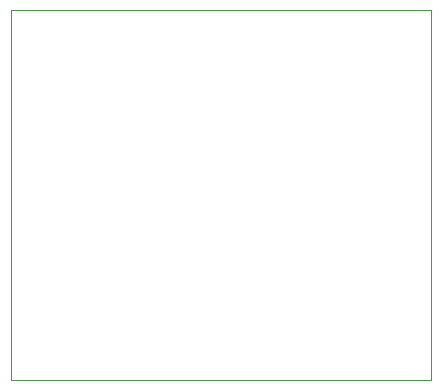
<source format=gm1>
%TF.GenerationSoftware,KiCad,Pcbnew,(5.99.0-7619-gacfbcb4beb)*%
%TF.CreationDate,2020-12-17T10:45:11+02:00*%
%TF.ProjectId,sesenta-y-nueve,73657365-6e74-4612-9d79-2d6e75657665,rev?*%
%TF.SameCoordinates,Original*%
%TF.FileFunction,Profile,NP*%
%FSLAX46Y46*%
G04 Gerber Fmt 4.6, Leading zero omitted, Abs format (unit mm)*
G04 Created by KiCad (PCBNEW (5.99.0-7619-gacfbcb4beb)) date 2020-12-17 10:45:11*
%MOMM*%
%LPD*%
G01*
G04 APERTURE LIST*
%TA.AperFunction,Profile*%
%ADD10C,0.100000*%
%TD*%
G04 APERTURE END LIST*
D10*
X121625000Y-83900000D02*
X157150000Y-83900000D01*
X157150000Y-83900000D02*
X157150000Y-115250000D01*
X157150000Y-115250000D02*
X121625000Y-115250000D01*
X121625000Y-115250000D02*
X121625000Y-83900000D01*
M02*

</source>
